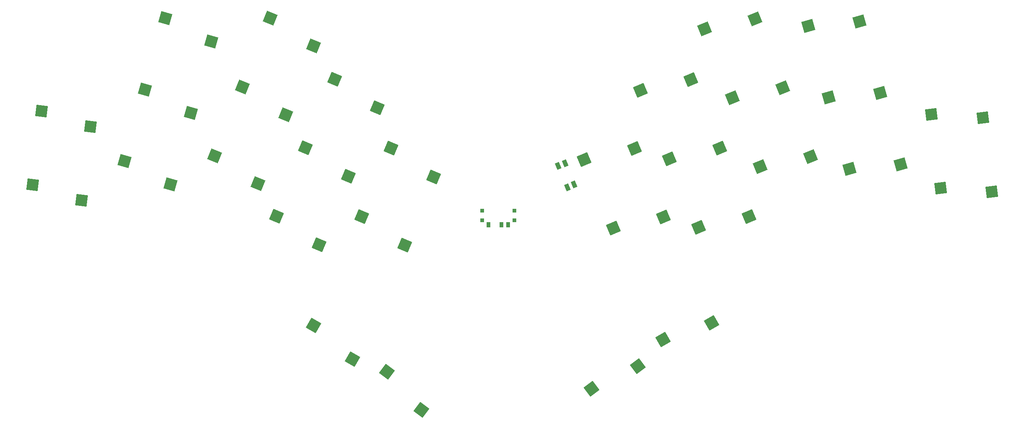
<source format=gbr>
%TF.GenerationSoftware,KiCad,Pcbnew,9.0.4*%
%TF.CreationDate,2025-10-25T14:25:05+08:00*%
%TF.ProjectId,sterna,73746572-6e61-42e6-9b69-6361645f7063,v1.0.0*%
%TF.SameCoordinates,Original*%
%TF.FileFunction,Paste,Bot*%
%TF.FilePolarity,Positive*%
%FSLAX46Y46*%
G04 Gerber Fmt 4.6, Leading zero omitted, Abs format (unit mm)*
G04 Created by KiCad (PCBNEW 9.0.4) date 2025-10-25 14:25:05*
%MOMM*%
%LPD*%
G01*
G04 APERTURE LIST*
G04 Aperture macros list*
%AMRotRect*
0 Rectangle, with rotation*
0 The origin of the aperture is its center*
0 $1 length*
0 $2 width*
0 $3 Rotation angle, in degrees counterclockwise*
0 Add horizontal line*
21,1,$1,$2,0,0,$3*%
G04 Aperture macros list end*
%ADD10R,0.900000X0.900000*%
%ADD11R,0.900000X1.250000*%
%ADD12RotRect,2.600000X2.600000X37.000000*%
%ADD13RotRect,2.600000X2.600000X30.000000*%
%ADD14RotRect,2.600000X2.600000X16.000000*%
%ADD15RotRect,2.600000X2.600000X344.000000*%
%ADD16RotRect,2.600000X2.600000X338.000000*%
%ADD17RotRect,2.600000X2.600000X23.000000*%
%ADD18RotRect,2.600000X2.600000X337.000000*%
%ADD19RotRect,2.600000X2.600000X7.000000*%
%ADD20RotRect,2.600000X2.600000X353.000000*%
%ADD21RotRect,2.600000X2.600000X22.000000*%
%ADD22RotRect,2.600000X2.600000X330.000000*%
%ADD23RotRect,2.600000X2.600000X323.000000*%
%ADD24RotRect,1.550000X1.000000X113.000000*%
G04 APERTURE END LIST*
D10*
%TO.C,T1*%
X165137528Y-133552132D03*
X165137528Y-135752132D03*
X172537528Y-133552132D03*
X172537528Y-135752132D03*
D11*
X166587528Y-136727132D03*
X169587528Y-136727133D03*
X171087528Y-136727132D03*
%TD*%
D12*
%TO.C,S30*%
X190166403Y-174280523D03*
X200714637Y-169086557D03*
%TD*%
D13*
%TO.C,S29*%
X206449782Y-163023265D03*
X217552375Y-159153520D03*
%TD*%
D14*
%TO.C,S16*%
X249052366Y-123990776D03*
X260761339Y-122921941D03*
%TD*%
D15*
%TO.C,S3*%
X83426427Y-122185352D03*
X93922598Y-127483739D03*
%TD*%
D16*
%TO.C,S7*%
X110399741Y-105234262D03*
X120284580Y-111600772D03*
%TD*%
D17*
%TO.C,S23*%
X207950544Y-121676816D03*
X219441985Y-119188982D03*
%TD*%
%TO.C,S24*%
X201308115Y-106028234D03*
X212799556Y-103540400D03*
%TD*%
D18*
%TO.C,S10*%
X124795207Y-119117528D03*
X134567429Y-125655583D03*
%TD*%
D19*
%TO.C,S14*%
X269852952Y-128390480D03*
X281584972Y-129166492D03*
%TD*%
D20*
%TO.C,S2*%
X64492710Y-110718954D03*
X75688504Y-114310147D03*
%TD*%
D15*
%TO.C,S4*%
X88112265Y-105843904D03*
X98608436Y-111142291D03*
%TD*%
D17*
%TO.C,S25*%
X195093401Y-137454774D03*
X206584842Y-134966940D03*
%TD*%
D18*
%TO.C,S12*%
X137652349Y-134895485D03*
X147424571Y-141433540D03*
%TD*%
%TO.C,S9*%
X118152779Y-134766110D03*
X127925001Y-141304165D03*
%TD*%
D19*
%TO.C,S15*%
X267781173Y-111517196D03*
X279513193Y-112293208D03*
%TD*%
D16*
%TO.C,S8*%
X116768053Y-89472137D03*
X126652892Y-95838647D03*
%TD*%
D21*
%TO.C,S21*%
X215933953Y-91925810D03*
X227467061Y-89638908D03*
%TD*%
D15*
%TO.C,S5*%
X92798098Y-89502456D03*
X103294269Y-94800843D03*
%TD*%
D14*
%TO.C,S18*%
X239680695Y-91307879D03*
X251389668Y-90239044D03*
%TD*%
D21*
%TO.C,S20*%
X222302265Y-107687933D03*
X233835373Y-105401031D03*
%TD*%
D16*
%TO.C,S6*%
X104031427Y-120996386D03*
X113916266Y-127362896D03*
%TD*%
D18*
%TO.C,S13*%
X144294776Y-119246901D03*
X154066998Y-125784956D03*
%TD*%
D14*
%TO.C,S17*%
X244366529Y-107649328D03*
X256075502Y-106580493D03*
%TD*%
D22*
%TO.C,S27*%
X126652809Y-159748266D03*
X135555402Y-167428520D03*
%TD*%
D18*
%TO.C,S11*%
X131437634Y-103468945D03*
X141209856Y-110007000D03*
%TD*%
D17*
%TO.C,S26*%
X188450972Y-121806192D03*
X199942413Y-119318358D03*
%TD*%
D21*
%TO.C,S19*%
X228670576Y-123450059D03*
X240203684Y-121163157D03*
%TD*%
D17*
%TO.C,S22*%
X214592970Y-137325399D03*
X226084411Y-134837565D03*
%TD*%
D23*
%TO.C,S28*%
X143377592Y-170338634D03*
X151277838Y-179046595D03*
%TD*%
D20*
%TO.C,S1*%
X62420929Y-127592237D03*
X73616723Y-131183430D03*
%TD*%
D24*
%TO.C,B1*%
X184594845Y-128141529D03*
X182543506Y-123308878D03*
X186159702Y-127477286D03*
X184108363Y-122644635D03*
%TD*%
M02*

</source>
